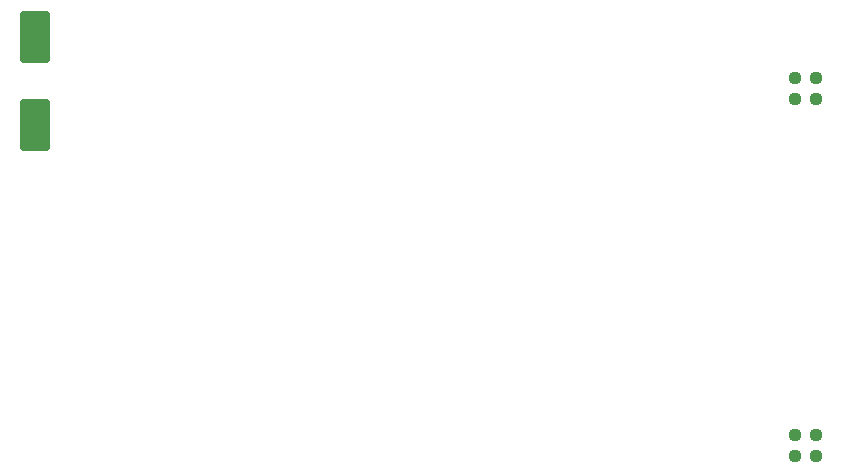
<source format=gtp>
%TF.GenerationSoftware,KiCad,Pcbnew,(6.0.8)*%
%TF.CreationDate,2023-12-15T22:11:56-05:00*%
%TF.ProjectId,main_pcb,6d61696e-5f70-4636-922e-6b696361645f,rev?*%
%TF.SameCoordinates,Original*%
%TF.FileFunction,Paste,Top*%
%TF.FilePolarity,Positive*%
%FSLAX46Y46*%
G04 Gerber Fmt 4.6, Leading zero omitted, Abs format (unit mm)*
G04 Created by KiCad (PCBNEW (6.0.8)) date 2023-12-15 22:11:56*
%MOMM*%
%LPD*%
G01*
G04 APERTURE LIST*
G04 Aperture macros list*
%AMRoundRect*
0 Rectangle with rounded corners*
0 $1 Rounding radius*
0 $2 $3 $4 $5 $6 $7 $8 $9 X,Y pos of 4 corners*
0 Add a 4 corners polygon primitive as box body*
4,1,4,$2,$3,$4,$5,$6,$7,$8,$9,$2,$3,0*
0 Add four circle primitives for the rounded corners*
1,1,$1+$1,$2,$3*
1,1,$1+$1,$4,$5*
1,1,$1+$1,$6,$7*
1,1,$1+$1,$8,$9*
0 Add four rect primitives between the rounded corners*
20,1,$1+$1,$2,$3,$4,$5,0*
20,1,$1+$1,$4,$5,$6,$7,0*
20,1,$1+$1,$6,$7,$8,$9,0*
20,1,$1+$1,$8,$9,$2,$3,0*%
G04 Aperture macros list end*
%ADD10RoundRect,0.237500X-0.250000X-0.237500X0.250000X-0.237500X0.250000X0.237500X-0.250000X0.237500X0*%
%ADD11RoundRect,0.250000X1.000000X-1.950000X1.000000X1.950000X-1.000000X1.950000X-1.000000X-1.950000X0*%
G04 APERTURE END LIST*
D10*
%TO.C,R20*%
X124337500Y-107750000D03*
X126162500Y-107750000D03*
%TD*%
%TO.C,R18*%
X124337500Y-138000000D03*
X126162500Y-138000000D03*
%TD*%
%TO.C,R21*%
X124337500Y-109500000D03*
X126162500Y-109500000D03*
%TD*%
D11*
%TO.C,C12*%
X60000000Y-111700000D03*
X60000000Y-104300000D03*
%TD*%
D10*
%TO.C,R19*%
X124337500Y-139750000D03*
X126162500Y-139750000D03*
%TD*%
M02*

</source>
